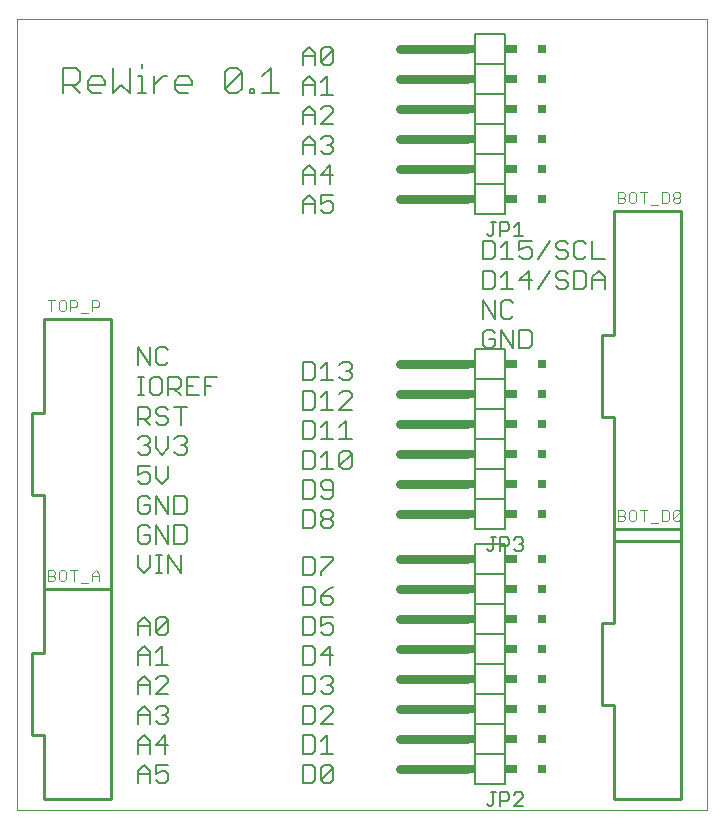
<source format=gto>
G75*
%MOIN*%
%OFA0B0*%
%FSLAX24Y24*%
%IPPOS*%
%LPD*%
%AMOC8*
5,1,8,0,0,1.08239X$1,22.5*
%
%ADD10C,0.0000*%
%ADD11C,0.0050*%
%ADD12C,0.0070*%
%ADD13C,0.0100*%
%ADD14C,0.0040*%
%ADD15C,0.0060*%
%ADD16C,0.0300*%
%ADD17R,0.0200X0.0300*%
%ADD18R,0.0400X0.0300*%
%ADD19R,0.0300X0.0300*%
D10*
X000180Y000310D02*
X023176Y000310D01*
X023176Y026680D01*
X000180Y026680D01*
X000180Y000310D01*
D11*
X004205Y001205D02*
X004205Y001612D01*
X004409Y001816D01*
X004612Y001612D01*
X004612Y001205D01*
X004813Y001307D02*
X004914Y001205D01*
X005118Y001205D01*
X005220Y001307D01*
X005220Y001510D01*
X005118Y001612D01*
X005016Y001612D01*
X004813Y001510D01*
X004813Y001816D01*
X005220Y001816D01*
X005118Y002195D02*
X005118Y002806D01*
X004813Y002500D01*
X005220Y002500D01*
X005118Y003185D02*
X004914Y003185D01*
X004813Y003287D01*
X004612Y003185D02*
X004612Y003592D01*
X004409Y003796D01*
X004205Y003592D01*
X004205Y003185D01*
X004205Y003490D02*
X004612Y003490D01*
X004813Y003694D02*
X004914Y003796D01*
X005118Y003796D01*
X005220Y003694D01*
X005220Y003592D01*
X005118Y003490D01*
X005220Y003389D01*
X005220Y003287D01*
X005118Y003185D01*
X005118Y003490D02*
X005016Y003490D01*
X004813Y004175D02*
X005220Y004582D01*
X005220Y004684D01*
X005118Y004786D01*
X004914Y004786D01*
X004813Y004684D01*
X004612Y004582D02*
X004612Y004175D01*
X004813Y004175D02*
X005220Y004175D01*
X004612Y004480D02*
X004205Y004480D01*
X004205Y004582D02*
X004205Y004175D01*
X004205Y004582D02*
X004409Y004786D01*
X004612Y004582D01*
X004612Y005165D02*
X004612Y005572D01*
X004409Y005776D01*
X004205Y005572D01*
X004205Y005165D01*
X004205Y005470D02*
X004612Y005470D01*
X004813Y005572D02*
X005016Y005776D01*
X005016Y005165D01*
X004813Y005165D02*
X005220Y005165D01*
X005118Y006155D02*
X004914Y006155D01*
X004813Y006257D01*
X005220Y006664D01*
X005220Y006257D01*
X005118Y006155D01*
X004813Y006257D02*
X004813Y006664D01*
X004914Y006766D01*
X005118Y006766D01*
X005220Y006664D01*
X004612Y006562D02*
X004612Y006155D01*
X004205Y006155D02*
X004205Y006562D01*
X004409Y006766D01*
X004612Y006562D01*
X004612Y006460D02*
X004205Y006460D01*
X004409Y008205D02*
X004612Y008409D01*
X004612Y008816D01*
X004813Y008816D02*
X005016Y008816D01*
X004914Y008816D02*
X004914Y008205D01*
X004813Y008205D02*
X005016Y008205D01*
X005218Y008205D02*
X005218Y008816D01*
X005625Y008205D01*
X005625Y008816D01*
X005726Y009195D02*
X005420Y009195D01*
X005420Y009806D01*
X005726Y009806D01*
X005827Y009704D01*
X005827Y009297D01*
X005726Y009195D01*
X005220Y009195D02*
X005220Y009806D01*
X005220Y010185D02*
X005220Y010796D01*
X005420Y010796D02*
X005726Y010796D01*
X005827Y010694D01*
X005827Y010287D01*
X005726Y010185D01*
X005420Y010185D01*
X005420Y010796D01*
X005016Y011175D02*
X005220Y011379D01*
X005220Y011786D01*
X004813Y011786D02*
X004813Y011379D01*
X005016Y011175D01*
X004813Y010796D02*
X005220Y010185D01*
X004813Y010185D02*
X004813Y010796D01*
X004612Y010694D02*
X004510Y010796D01*
X004307Y010796D01*
X004205Y010694D01*
X004205Y010287D01*
X004307Y010185D01*
X004510Y010185D01*
X004612Y010287D01*
X004612Y010490D01*
X004409Y010490D01*
X004510Y011175D02*
X004307Y011175D01*
X004205Y011277D01*
X004205Y011480D02*
X004409Y011582D01*
X004510Y011582D01*
X004612Y011480D01*
X004612Y011277D01*
X004510Y011175D01*
X004205Y011480D02*
X004205Y011786D01*
X004612Y011786D01*
X004510Y012165D02*
X004307Y012165D01*
X004205Y012267D01*
X004409Y012470D02*
X004510Y012470D01*
X004612Y012369D01*
X004612Y012267D01*
X004510Y012165D01*
X004510Y012470D02*
X004612Y012572D01*
X004612Y012674D01*
X004510Y012776D01*
X004307Y012776D01*
X004205Y012674D01*
X004205Y013155D02*
X004205Y013766D01*
X004510Y013766D01*
X004612Y013664D01*
X004612Y013460D01*
X004510Y013359D01*
X004205Y013359D01*
X004409Y013359D02*
X004612Y013155D01*
X004813Y013257D02*
X004914Y013155D01*
X005118Y013155D01*
X005220Y013257D01*
X005220Y013359D01*
X005118Y013460D01*
X004914Y013460D01*
X004813Y013562D01*
X004813Y013664D01*
X004914Y013766D01*
X005118Y013766D01*
X005220Y013664D01*
X005420Y013766D02*
X005827Y013766D01*
X005624Y013766D02*
X005624Y013155D01*
X005522Y012776D02*
X005726Y012776D01*
X005827Y012674D01*
X005827Y012572D01*
X005726Y012470D01*
X005827Y012369D01*
X005827Y012267D01*
X005726Y012165D01*
X005522Y012165D01*
X005420Y012267D01*
X005220Y012369D02*
X005220Y012776D01*
X005420Y012674D02*
X005522Y012776D01*
X005624Y012470D02*
X005726Y012470D01*
X005220Y012369D02*
X005016Y012165D01*
X004813Y012369D01*
X004813Y012776D01*
X004712Y014145D02*
X004915Y014145D01*
X005017Y014247D01*
X005017Y014654D01*
X004915Y014756D01*
X004712Y014756D01*
X004610Y014654D01*
X004610Y014247D01*
X004712Y014145D01*
X004409Y014145D02*
X004205Y014145D01*
X004307Y014145D02*
X004307Y014756D01*
X004205Y014756D02*
X004409Y014756D01*
X004612Y015135D02*
X004612Y015746D01*
X004813Y015644D02*
X004813Y015237D01*
X004914Y015135D01*
X005118Y015135D01*
X005220Y015237D01*
X005220Y015644D02*
X005118Y015746D01*
X004914Y015746D01*
X004813Y015644D01*
X004612Y015135D02*
X004205Y015746D01*
X004205Y015135D01*
X005218Y014756D02*
X005218Y014145D01*
X005218Y014349D02*
X005523Y014349D01*
X005625Y014450D01*
X005625Y014654D01*
X005523Y014756D01*
X005218Y014756D01*
X005421Y014349D02*
X005625Y014145D01*
X005826Y014145D02*
X006233Y014145D01*
X006433Y014145D02*
X006433Y014756D01*
X006840Y014756D01*
X006637Y014450D02*
X006433Y014450D01*
X006233Y014756D02*
X005826Y014756D01*
X005826Y014145D01*
X005826Y014450D02*
X006029Y014450D01*
X009705Y014276D02*
X009705Y013665D01*
X010010Y013665D01*
X010112Y013767D01*
X010112Y014174D01*
X010010Y014276D01*
X009705Y014276D01*
X009705Y014655D02*
X010010Y014655D01*
X010112Y014757D01*
X010112Y015164D01*
X010010Y015266D01*
X009705Y015266D01*
X009705Y014655D01*
X010313Y014655D02*
X010720Y014655D01*
X010516Y014655D02*
X010516Y015266D01*
X010313Y015062D01*
X010920Y015164D02*
X011022Y015266D01*
X011226Y015266D01*
X011327Y015164D01*
X011327Y015062D01*
X011226Y014960D01*
X011327Y014859D01*
X011327Y014757D01*
X011226Y014655D01*
X011022Y014655D01*
X010920Y014757D01*
X011124Y014960D02*
X011226Y014960D01*
X011226Y014276D02*
X011022Y014276D01*
X010920Y014174D01*
X010516Y014276D02*
X010516Y013665D01*
X010313Y013665D02*
X010720Y013665D01*
X010920Y013665D02*
X011327Y014072D01*
X011327Y014174D01*
X011226Y014276D01*
X011327Y013665D02*
X010920Y013665D01*
X011124Y013286D02*
X011124Y012675D01*
X011327Y012675D02*
X010920Y012675D01*
X010720Y012675D02*
X010313Y012675D01*
X010516Y012675D02*
X010516Y013286D01*
X010313Y013082D01*
X010112Y013184D02*
X010112Y012777D01*
X010010Y012675D01*
X009705Y012675D01*
X009705Y013286D01*
X010010Y013286D01*
X010112Y013184D01*
X010920Y013082D02*
X011124Y013286D01*
X010313Y014072D02*
X010516Y014276D01*
X010516Y012296D02*
X010313Y012092D01*
X010112Y012194D02*
X010010Y012296D01*
X009705Y012296D01*
X009705Y011685D01*
X010010Y011685D01*
X010112Y011787D01*
X010112Y012194D01*
X010516Y012296D02*
X010516Y011685D01*
X010313Y011685D02*
X010720Y011685D01*
X010920Y011787D02*
X011327Y012194D01*
X011327Y011787D01*
X011226Y011685D01*
X011022Y011685D01*
X010920Y011787D01*
X010920Y012194D01*
X011022Y012296D01*
X011226Y012296D01*
X011327Y012194D01*
X010618Y011306D02*
X010414Y011306D01*
X010313Y011204D01*
X010313Y011102D01*
X010414Y011000D01*
X010720Y011000D01*
X010720Y010797D02*
X010720Y011204D01*
X010618Y011306D01*
X010112Y011204D02*
X010112Y010797D01*
X010010Y010695D01*
X009705Y010695D01*
X009705Y011306D01*
X010010Y011306D01*
X010112Y011204D01*
X010313Y010797D02*
X010414Y010695D01*
X010618Y010695D01*
X010720Y010797D01*
X010618Y010316D02*
X010414Y010316D01*
X010313Y010214D01*
X010313Y010112D01*
X010414Y010010D01*
X010618Y010010D01*
X010720Y009909D01*
X010720Y009807D01*
X010618Y009705D01*
X010414Y009705D01*
X010313Y009807D01*
X010313Y009909D01*
X010414Y010010D01*
X010618Y010010D02*
X010720Y010112D01*
X010720Y010214D01*
X010618Y010316D01*
X010112Y010214D02*
X010112Y009807D01*
X010010Y009705D01*
X009705Y009705D01*
X009705Y010316D01*
X010010Y010316D01*
X010112Y010214D01*
X010010Y008746D02*
X009705Y008746D01*
X009705Y008135D01*
X010010Y008135D01*
X010112Y008237D01*
X010112Y008644D01*
X010010Y008746D01*
X010313Y008746D02*
X010720Y008746D01*
X010720Y008644D01*
X010313Y008237D01*
X010313Y008135D01*
X010010Y007756D02*
X009705Y007756D01*
X009705Y007145D01*
X010010Y007145D01*
X010112Y007247D01*
X010112Y007654D01*
X010010Y007756D01*
X010313Y007450D02*
X010313Y007247D01*
X010414Y007145D01*
X010618Y007145D01*
X010720Y007247D01*
X010720Y007349D01*
X010618Y007450D01*
X010313Y007450D01*
X010516Y007654D01*
X010720Y007756D01*
X010720Y006766D02*
X010313Y006766D01*
X010313Y006460D01*
X010516Y006562D01*
X010618Y006562D01*
X010720Y006460D01*
X010720Y006257D01*
X010618Y006155D01*
X010414Y006155D01*
X010313Y006257D01*
X010112Y006257D02*
X010112Y006664D01*
X010010Y006766D01*
X009705Y006766D01*
X009705Y006155D01*
X010010Y006155D01*
X010112Y006257D01*
X010010Y005776D02*
X009705Y005776D01*
X009705Y005165D01*
X010010Y005165D01*
X010112Y005267D01*
X010112Y005674D01*
X010010Y005776D01*
X010313Y005470D02*
X010720Y005470D01*
X010618Y005165D02*
X010618Y005776D01*
X010313Y005470D01*
X010414Y004786D02*
X010618Y004786D01*
X010720Y004684D01*
X010720Y004582D01*
X010618Y004480D01*
X010720Y004379D01*
X010720Y004277D01*
X010618Y004175D01*
X010414Y004175D01*
X010313Y004277D01*
X010112Y004277D02*
X010112Y004684D01*
X010010Y004786D01*
X009705Y004786D01*
X009705Y004175D01*
X010010Y004175D01*
X010112Y004277D01*
X010010Y003796D02*
X009705Y003796D01*
X009705Y003185D01*
X010010Y003185D01*
X010112Y003287D01*
X010112Y003694D01*
X010010Y003796D01*
X010313Y003694D02*
X010414Y003796D01*
X010618Y003796D01*
X010720Y003694D01*
X010720Y003592D01*
X010313Y003185D01*
X010720Y003185D01*
X010516Y002806D02*
X010516Y002195D01*
X010313Y002195D02*
X010720Y002195D01*
X010313Y002602D02*
X010516Y002806D01*
X010112Y002704D02*
X010112Y002297D01*
X010010Y002195D01*
X009705Y002195D01*
X009705Y002806D01*
X010010Y002806D01*
X010112Y002704D01*
X010010Y001816D02*
X009705Y001816D01*
X009705Y001205D01*
X010010Y001205D01*
X010112Y001307D01*
X010112Y001714D01*
X010010Y001816D01*
X010313Y001714D02*
X010313Y001307D01*
X010720Y001714D01*
X010720Y001307D01*
X010618Y001205D01*
X010414Y001205D01*
X010313Y001307D01*
X010313Y001714D02*
X010414Y001816D01*
X010618Y001816D01*
X010720Y001714D01*
X010618Y004480D02*
X010516Y004480D01*
X010313Y004684D02*
X010414Y004786D01*
X005220Y009195D02*
X004813Y009806D01*
X004813Y009195D01*
X004612Y009297D02*
X004612Y009500D01*
X004409Y009500D01*
X004612Y009297D02*
X004510Y009195D01*
X004307Y009195D01*
X004205Y009297D01*
X004205Y009704D01*
X004307Y009806D01*
X004510Y009806D01*
X004612Y009704D01*
X004205Y008816D02*
X004205Y008409D01*
X004409Y008205D01*
X004409Y002806D02*
X004612Y002602D01*
X004612Y002195D01*
X004612Y002500D02*
X004205Y002500D01*
X004205Y002602D02*
X004409Y002806D01*
X004205Y002602D02*
X004205Y002195D01*
X004205Y001510D02*
X004612Y001510D01*
X015824Y000530D02*
X015899Y000455D01*
X015974Y000455D01*
X016049Y000530D01*
X016049Y000905D01*
X015974Y000905D02*
X016124Y000905D01*
X016284Y000905D02*
X016509Y000905D01*
X016584Y000830D01*
X016584Y000680D01*
X016509Y000605D01*
X016284Y000605D01*
X016284Y000455D02*
X016284Y000905D01*
X016745Y000830D02*
X016820Y000905D01*
X016970Y000905D01*
X017045Y000830D01*
X017045Y000755D01*
X016745Y000455D01*
X017045Y000455D01*
X016970Y008955D02*
X016820Y008955D01*
X016745Y009030D01*
X016895Y009180D02*
X016970Y009180D01*
X017045Y009105D01*
X017045Y009030D01*
X016970Y008955D01*
X016970Y009180D02*
X017045Y009255D01*
X017045Y009330D01*
X016970Y009405D01*
X016820Y009405D01*
X016745Y009330D01*
X016584Y009330D02*
X016509Y009405D01*
X016284Y009405D01*
X016284Y008955D01*
X016284Y009105D02*
X016509Y009105D01*
X016584Y009180D01*
X016584Y009330D01*
X016124Y009405D02*
X015974Y009405D01*
X016049Y009405D02*
X016049Y009030D01*
X015974Y008955D01*
X015899Y008955D01*
X015824Y009030D01*
X015807Y015705D02*
X016010Y015705D01*
X016112Y015807D01*
X016112Y016010D01*
X015909Y016010D01*
X016112Y016214D02*
X016010Y016316D01*
X015807Y016316D01*
X015705Y016214D01*
X015705Y015807D01*
X015807Y015705D01*
X016313Y015705D02*
X016313Y016316D01*
X016720Y015705D01*
X016720Y016316D01*
X016920Y016316D02*
X017226Y016316D01*
X017327Y016214D01*
X017327Y015807D01*
X017226Y015705D01*
X016920Y015705D01*
X016920Y016316D01*
X016618Y016695D02*
X016414Y016695D01*
X016313Y016797D01*
X016313Y017204D01*
X016414Y017306D01*
X016618Y017306D01*
X016720Y017204D01*
X016720Y017685D02*
X016313Y017685D01*
X016516Y017685D02*
X016516Y018296D01*
X016313Y018092D01*
X016112Y018194D02*
X016112Y017787D01*
X016010Y017685D01*
X015705Y017685D01*
X015705Y018296D01*
X016010Y018296D01*
X016112Y018194D01*
X016010Y018675D02*
X015705Y018675D01*
X015705Y019286D01*
X016010Y019286D01*
X016112Y019184D01*
X016112Y018777D01*
X016010Y018675D01*
X016313Y018675D02*
X016720Y018675D01*
X016516Y018675D02*
X016516Y019286D01*
X016313Y019082D01*
X016284Y019455D02*
X016284Y019905D01*
X016509Y019905D01*
X016584Y019830D01*
X016584Y019680D01*
X016509Y019605D01*
X016284Y019605D01*
X016049Y019530D02*
X016049Y019905D01*
X015974Y019905D02*
X016124Y019905D01*
X016049Y019530D02*
X015974Y019455D01*
X015899Y019455D01*
X015824Y019530D01*
X016745Y019455D02*
X017045Y019455D01*
X016895Y019455D02*
X016895Y019905D01*
X016745Y019755D01*
X016920Y019286D02*
X016920Y018980D01*
X017124Y019082D01*
X017226Y019082D01*
X017327Y018980D01*
X017327Y018777D01*
X017226Y018675D01*
X017022Y018675D01*
X016920Y018777D01*
X017226Y018296D02*
X016920Y017990D01*
X017327Y017990D01*
X017226Y017685D02*
X017226Y018296D01*
X017528Y018675D02*
X017935Y019286D01*
X018136Y019184D02*
X018136Y019082D01*
X018238Y018980D01*
X018441Y018980D01*
X018543Y018879D01*
X018543Y018777D01*
X018441Y018675D01*
X018238Y018675D01*
X018136Y018777D01*
X018238Y018296D02*
X018136Y018194D01*
X018136Y018092D01*
X018238Y017990D01*
X018441Y017990D01*
X018543Y017889D01*
X018543Y017787D01*
X018441Y017685D01*
X018238Y017685D01*
X018136Y017787D01*
X018238Y018296D02*
X018441Y018296D01*
X018543Y018194D01*
X018744Y018296D02*
X019049Y018296D01*
X019151Y018194D01*
X019151Y017787D01*
X019049Y017685D01*
X018744Y017685D01*
X018744Y018296D01*
X018845Y018675D02*
X019049Y018675D01*
X019151Y018777D01*
X019351Y018675D02*
X019758Y018675D01*
X019555Y018296D02*
X019758Y018092D01*
X019758Y017685D01*
X019758Y017990D02*
X019351Y017990D01*
X019351Y018092D02*
X019351Y017685D01*
X019351Y018092D02*
X019555Y018296D01*
X019351Y018675D02*
X019351Y019286D01*
X019151Y019184D02*
X019049Y019286D01*
X018845Y019286D01*
X018744Y019184D01*
X018744Y018777D01*
X018845Y018675D01*
X018543Y019184D02*
X018441Y019286D01*
X018238Y019286D01*
X018136Y019184D01*
X017327Y019286D02*
X016920Y019286D01*
X017935Y018296D02*
X017528Y017685D01*
X016720Y016797D02*
X016618Y016695D01*
X016112Y016695D02*
X016112Y017306D01*
X015705Y017306D02*
X016112Y016695D01*
X015705Y016695D02*
X015705Y017306D01*
X010720Y020307D02*
X010618Y020205D01*
X010414Y020205D01*
X010313Y020307D01*
X010313Y020510D02*
X010516Y020612D01*
X010618Y020612D01*
X010720Y020510D01*
X010720Y020307D01*
X010313Y020510D02*
X010313Y020816D01*
X010720Y020816D01*
X010618Y021195D02*
X010618Y021806D01*
X010313Y021500D01*
X010720Y021500D01*
X010112Y021500D02*
X009705Y021500D01*
X009705Y021602D02*
X009909Y021806D01*
X010112Y021602D01*
X010112Y021195D01*
X009909Y020816D02*
X010112Y020612D01*
X010112Y020205D01*
X010112Y020510D02*
X009705Y020510D01*
X009705Y020612D02*
X009909Y020816D01*
X009705Y020612D02*
X009705Y020205D01*
X009705Y021195D02*
X009705Y021602D01*
X009705Y022185D02*
X009705Y022592D01*
X009909Y022796D01*
X010112Y022592D01*
X010112Y022185D01*
X010313Y022287D02*
X010414Y022185D01*
X010618Y022185D01*
X010720Y022287D01*
X010720Y022389D01*
X010618Y022490D01*
X010516Y022490D01*
X010618Y022490D02*
X010720Y022592D01*
X010720Y022694D01*
X010618Y022796D01*
X010414Y022796D01*
X010313Y022694D01*
X010112Y022490D02*
X009705Y022490D01*
X009705Y023175D02*
X009705Y023582D01*
X009909Y023786D01*
X010112Y023582D01*
X010112Y023175D01*
X010313Y023175D02*
X010720Y023582D01*
X010720Y023684D01*
X010618Y023786D01*
X010414Y023786D01*
X010313Y023684D01*
X010112Y023480D02*
X009705Y023480D01*
X009705Y024165D02*
X009705Y024572D01*
X009909Y024776D01*
X010112Y024572D01*
X010112Y024165D01*
X010313Y024165D02*
X010720Y024165D01*
X010516Y024165D02*
X010516Y024776D01*
X010313Y024572D01*
X010112Y024470D02*
X009705Y024470D01*
X009705Y025155D02*
X009705Y025562D01*
X009909Y025766D01*
X010112Y025562D01*
X010112Y025155D01*
X010313Y025257D02*
X010720Y025664D01*
X010720Y025257D01*
X010618Y025155D01*
X010414Y025155D01*
X010313Y025257D01*
X010313Y025664D01*
X010414Y025766D01*
X010618Y025766D01*
X010720Y025664D01*
X010112Y025460D02*
X009705Y025460D01*
X010313Y023175D02*
X010720Y023175D01*
D12*
X008898Y024215D02*
X008345Y024215D01*
X008069Y024215D02*
X007930Y024215D01*
X007930Y024353D01*
X008069Y024353D01*
X008069Y024215D01*
X007655Y024353D02*
X007655Y024907D01*
X007102Y024353D01*
X007240Y024215D01*
X007517Y024215D01*
X007655Y024353D01*
X007102Y024353D02*
X007102Y024907D01*
X007240Y025046D01*
X007517Y025046D01*
X007655Y024907D01*
X008345Y024769D02*
X008622Y025046D01*
X008622Y024215D01*
X005998Y024492D02*
X005444Y024492D01*
X005444Y024630D02*
X005583Y024769D01*
X005860Y024769D01*
X005998Y024630D01*
X005998Y024492D01*
X005860Y024215D02*
X005583Y024215D01*
X005444Y024353D01*
X005444Y024630D01*
X005169Y024769D02*
X005030Y024769D01*
X004754Y024492D01*
X004754Y024215D02*
X004754Y024769D01*
X004340Y024769D02*
X004340Y024215D01*
X004478Y024215D02*
X004201Y024215D01*
X003926Y024215D02*
X003926Y025046D01*
X004201Y024769D02*
X004340Y024769D01*
X004340Y025046D02*
X004340Y025184D01*
X003649Y024492D02*
X003926Y024215D01*
X003649Y024492D02*
X003372Y024215D01*
X003372Y025046D01*
X002959Y024769D02*
X003098Y024630D01*
X003098Y024492D01*
X002544Y024492D01*
X002544Y024630D02*
X002682Y024769D01*
X002959Y024769D01*
X002544Y024630D02*
X002544Y024353D01*
X002682Y024215D01*
X002959Y024215D01*
X002269Y024215D02*
X001992Y024492D01*
X002130Y024492D02*
X001715Y024492D01*
X001715Y024215D02*
X001715Y025046D01*
X002130Y025046D01*
X002269Y024907D01*
X002269Y024630D01*
X002130Y024492D01*
D13*
X001055Y016680D02*
X001055Y013555D01*
X000680Y013555D01*
X000680Y010805D01*
X001055Y010805D01*
X001055Y007680D01*
X001055Y005555D01*
X000680Y005555D01*
X000680Y002805D01*
X001055Y002805D01*
X001055Y000680D01*
X003305Y000680D01*
X003305Y007680D01*
X001055Y007680D01*
X003305Y007680D01*
X003305Y016680D01*
X001055Y016680D01*
X019680Y016155D02*
X019680Y013405D01*
X020055Y013405D01*
X020055Y009280D01*
X022305Y009280D01*
X022305Y020280D01*
X020055Y020280D01*
X020055Y016155D01*
X019680Y016155D01*
X020055Y009680D02*
X020055Y006555D01*
X019680Y006555D01*
X019680Y003805D01*
X020055Y003805D01*
X020055Y000680D01*
X022305Y000680D01*
X022305Y009680D01*
X020055Y009680D01*
D14*
X020200Y009950D02*
X020380Y009950D01*
X020440Y010010D01*
X020440Y010070D01*
X020380Y010130D01*
X020200Y010130D01*
X020200Y009950D02*
X020200Y010310D01*
X020380Y010310D01*
X020440Y010250D01*
X020440Y010190D01*
X020380Y010130D01*
X020568Y010250D02*
X020568Y010010D01*
X020628Y009950D01*
X020748Y009950D01*
X020809Y010010D01*
X020809Y010250D01*
X020748Y010310D01*
X020628Y010310D01*
X020568Y010250D01*
X020937Y010310D02*
X021177Y010310D01*
X021057Y010310D02*
X021057Y009950D01*
X021305Y009890D02*
X021545Y009890D01*
X021673Y009950D02*
X021853Y009950D01*
X021913Y010010D01*
X021913Y010250D01*
X021853Y010310D01*
X021673Y010310D01*
X021673Y009950D01*
X022042Y010010D02*
X022282Y010250D01*
X022282Y010010D01*
X022222Y009950D01*
X022102Y009950D01*
X022042Y010010D01*
X022042Y010250D01*
X022102Y010310D01*
X022222Y010310D01*
X022282Y010250D01*
X021545Y020490D02*
X021305Y020490D01*
X021057Y020550D02*
X021057Y020910D01*
X020937Y020910D02*
X021177Y020910D01*
X020809Y020850D02*
X020809Y020610D01*
X020748Y020550D01*
X020628Y020550D01*
X020568Y020610D01*
X020568Y020850D01*
X020628Y020910D01*
X020748Y020910D01*
X020809Y020850D01*
X020440Y020850D02*
X020440Y020790D01*
X020380Y020730D01*
X020200Y020730D01*
X020200Y020550D02*
X020200Y020910D01*
X020380Y020910D01*
X020440Y020850D01*
X020380Y020730D02*
X020440Y020670D01*
X020440Y020610D01*
X020380Y020550D01*
X020200Y020550D01*
X021673Y020550D02*
X021853Y020550D01*
X021913Y020610D01*
X021913Y020850D01*
X021853Y020910D01*
X021673Y020910D01*
X021673Y020550D01*
X022042Y020610D02*
X022042Y020670D01*
X022102Y020730D01*
X022222Y020730D01*
X022282Y020670D01*
X022282Y020610D01*
X022222Y020550D01*
X022102Y020550D01*
X022042Y020610D01*
X022102Y020730D02*
X022042Y020790D01*
X022042Y020850D01*
X022102Y020910D01*
X022222Y020910D01*
X022282Y020850D01*
X022282Y020790D01*
X022222Y020730D01*
X002913Y017250D02*
X002913Y017130D01*
X002853Y017070D01*
X002673Y017070D01*
X002673Y016950D02*
X002673Y017310D01*
X002853Y017310D01*
X002913Y017250D01*
X002545Y016890D02*
X002305Y016890D01*
X002117Y017070D02*
X001937Y017070D01*
X001937Y016950D02*
X001937Y017310D01*
X002117Y017310D01*
X002177Y017250D01*
X002177Y017130D01*
X002117Y017070D01*
X001809Y017010D02*
X001809Y017250D01*
X001748Y017310D01*
X001628Y017310D01*
X001568Y017250D01*
X001568Y017010D01*
X001628Y016950D01*
X001748Y016950D01*
X001809Y017010D01*
X001440Y017310D02*
X001200Y017310D01*
X001320Y017310D02*
X001320Y016950D01*
X001380Y008310D02*
X001440Y008250D01*
X001440Y008190D01*
X001380Y008130D01*
X001200Y008130D01*
X001200Y007950D02*
X001200Y008310D01*
X001380Y008310D01*
X001380Y008130D02*
X001440Y008070D01*
X001440Y008010D01*
X001380Y007950D01*
X001200Y007950D01*
X001568Y008010D02*
X001568Y008250D01*
X001628Y008310D01*
X001748Y008310D01*
X001809Y008250D01*
X001809Y008010D01*
X001748Y007950D01*
X001628Y007950D01*
X001568Y008010D01*
X001937Y008310D02*
X002177Y008310D01*
X002057Y008310D02*
X002057Y007950D01*
X002305Y007890D02*
X002545Y007890D01*
X002673Y007950D02*
X002673Y008190D01*
X002793Y008310D01*
X002913Y008190D01*
X002913Y007950D01*
X002913Y008130D02*
X002673Y008130D01*
D15*
X015430Y008180D02*
X015430Y007180D01*
X015430Y006180D01*
X015430Y005180D01*
X015430Y004180D01*
X015430Y003180D01*
X015430Y002180D01*
X015430Y001180D01*
X016430Y001180D01*
X016430Y002180D01*
X016430Y003180D01*
X016430Y004180D01*
X016430Y005180D01*
X016430Y006180D01*
X016430Y007180D01*
X016430Y008180D01*
X016430Y009180D01*
X015430Y009180D01*
X015430Y008180D01*
X016430Y008180D01*
X016430Y007180D02*
X015430Y007180D01*
X015430Y006180D02*
X016430Y006180D01*
X016430Y005180D02*
X015430Y005180D01*
X015430Y004180D02*
X016430Y004180D01*
X016430Y003180D02*
X015430Y003180D01*
X015430Y002180D02*
X016430Y002180D01*
X016430Y009680D02*
X015430Y009680D01*
X015430Y010680D01*
X015430Y011680D01*
X015430Y012680D01*
X015430Y013680D01*
X015430Y014680D01*
X015430Y015680D01*
X016430Y015680D01*
X016430Y014680D01*
X015430Y014680D01*
X015430Y013680D02*
X016430Y013680D01*
X016430Y014680D01*
X016430Y013680D02*
X016430Y012680D01*
X015430Y012680D01*
X015430Y011680D02*
X016430Y011680D01*
X016430Y012680D01*
X016430Y011680D02*
X016430Y010680D01*
X015430Y010680D01*
X016430Y010680D02*
X016430Y009680D01*
X016430Y020180D02*
X015430Y020180D01*
X015430Y021180D01*
X015430Y022180D01*
X015430Y023180D01*
X015430Y024180D01*
X015430Y025180D01*
X015430Y026180D01*
X016430Y026180D01*
X016430Y025180D01*
X015430Y025180D01*
X015430Y024180D02*
X016430Y024180D01*
X016430Y025180D01*
X016430Y024180D02*
X016430Y023180D01*
X015430Y023180D01*
X015430Y022180D02*
X016430Y022180D01*
X016430Y023180D01*
X016430Y022180D02*
X016430Y021180D01*
X015430Y021180D01*
X016430Y021180D02*
X016430Y020180D01*
D16*
X015180Y020680D02*
X012930Y020680D01*
X012930Y021680D02*
X015180Y021680D01*
X015180Y022680D02*
X012930Y022680D01*
X012930Y023680D02*
X015180Y023680D01*
X015180Y024680D02*
X012930Y024680D01*
X012930Y025680D02*
X015180Y025680D01*
X015180Y015180D02*
X012930Y015180D01*
X012930Y014180D02*
X015180Y014180D01*
X015180Y013180D02*
X012930Y013180D01*
X012930Y012180D02*
X015180Y012180D01*
X015180Y011180D02*
X012930Y011180D01*
X012930Y010180D02*
X015180Y010180D01*
X015180Y008680D02*
X012930Y008680D01*
X012930Y007680D02*
X015180Y007680D01*
X015180Y006680D02*
X012930Y006680D01*
X012930Y005680D02*
X015180Y005680D01*
X015180Y004680D02*
X012930Y004680D01*
X012930Y003680D02*
X015180Y003680D01*
X015180Y002680D02*
X012930Y002680D01*
X012930Y001680D02*
X015180Y001680D01*
D17*
X015330Y001680D03*
X015330Y002680D03*
X015330Y003680D03*
X015330Y004680D03*
X015330Y005680D03*
X015330Y006680D03*
X015330Y007680D03*
X015330Y008680D03*
X015330Y010180D03*
X015330Y011180D03*
X015330Y012180D03*
X015330Y013180D03*
X015330Y014180D03*
X015330Y015180D03*
X015330Y020680D03*
X015330Y021680D03*
X015330Y022680D03*
X015330Y023680D03*
X015330Y024680D03*
X015330Y025680D03*
D18*
X016630Y025680D03*
X016630Y024680D03*
X016630Y023680D03*
X016630Y022680D03*
X016630Y021680D03*
X016630Y020680D03*
X016630Y015180D03*
X016630Y014180D03*
X016630Y013180D03*
X016630Y012180D03*
X016630Y011180D03*
X016630Y010180D03*
X016630Y008680D03*
X016630Y007680D03*
X016630Y006680D03*
X016630Y005680D03*
X016630Y004680D03*
X016630Y003680D03*
X016630Y002680D03*
X016630Y001680D03*
D19*
X017680Y001680D03*
X017680Y002680D03*
X017680Y003680D03*
X017680Y004680D03*
X017680Y005680D03*
X017680Y006680D03*
X017680Y007680D03*
X017680Y008680D03*
X017680Y010180D03*
X017680Y011180D03*
X017680Y012180D03*
X017680Y013180D03*
X017680Y014180D03*
X017680Y015180D03*
X017680Y020680D03*
X017680Y021680D03*
X017680Y022680D03*
X017680Y023680D03*
X017680Y024680D03*
X017680Y025680D03*
M02*

</source>
